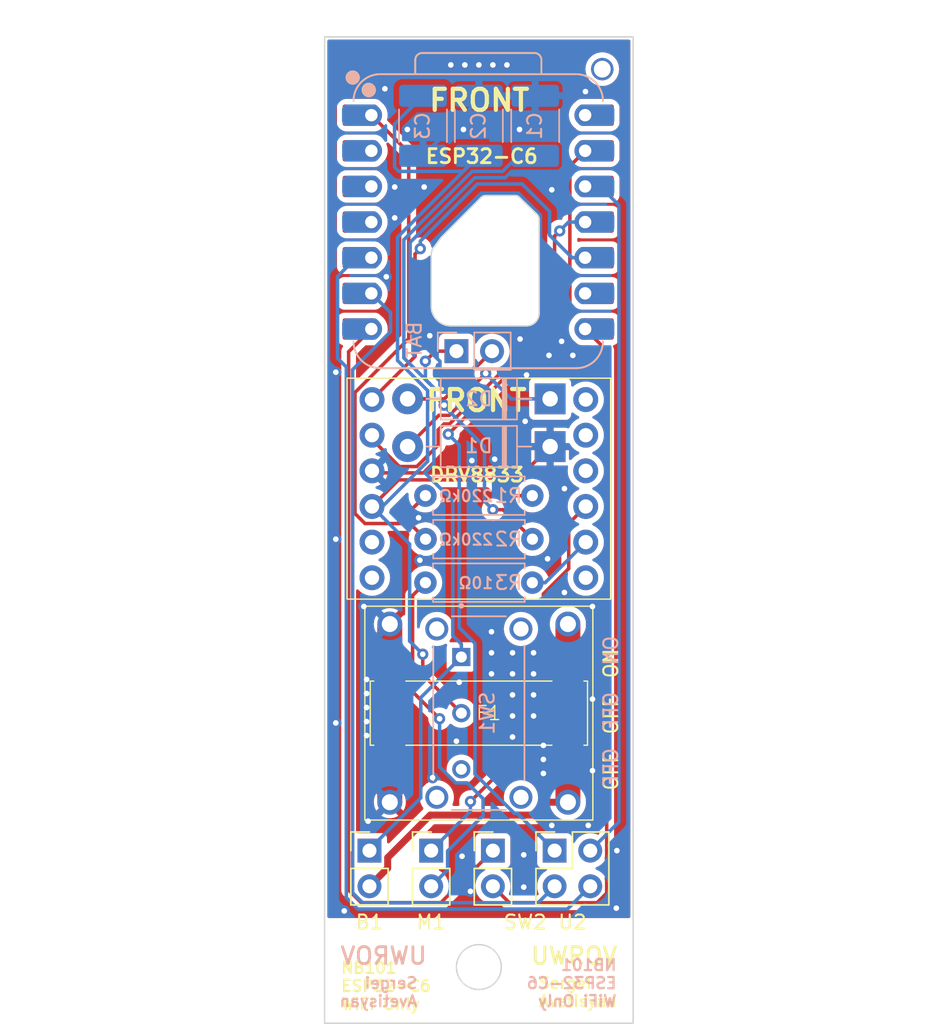
<source format=kicad_pcb>
(kicad_pcb (version 20240108) (generator "pcbnew") (generator_version "8.0")
  (layers (0 "F.Cu" signal) (31 "B.Cu" signal) (34 "B.Paste" user) (35 "F.Paste" user) (36 "B.SilkS" user "B.Silkscreen") (37 "F.SilkS" user "F.Silkscreen") (38 "B.Mask" user) (39 "F.Mask" user) (44 "Edge.Cuts" user))
  (net 0 "")
  (net 1 "Net-(B1-+)")
  (net 2 "Net-(B1--)")
  (net 3 "Net-(D1-K)")
  (net 4 "Net-(SW1-B)")
  (net 5 "Net-(D1-A)")
  (net 6 "Net-(D2-A)")
  (net 7 "Net-(M1--)")
  (net 8 "Net-(M1-+)")
  (net 9 "Net-(U1-D0)")
  (net 10 "Net-(U3-Out4)")
  (net 12 "Net-(SW2-COM)")
  (net 15 "Net-(U1-D5_SCL)")
  (net 16 "Net-(U1-D9)")
  (net 19 "Net-(U1-D10)")
  (net 21 "Net-(U1-D4_SDA)")
  (net 22 "Net-(U1-VCC_3V3)")
  (net 29 "Net-(U1-GND)")
  (net 30 "Net-(SW2-NC)")
  (footprint "NanoBoardFootprints:XIAO-ESP32C6-DIP" (layer "F.Cu") (at 140 80)
    (property "Reference" "U1")
    (property "Value" "XiaoESP32C6")
    (pad "1" smd roundrect (at -8.5 -7.62 180) (size 2.432 1.524) (layers "F.Cu" "F.Mask") (roundrect_rratio 0.1) (net 9 "Net-(U1-D0)"))
    (pad "1" smd roundrect (at -8.43625 -7.62) (size 2.6485 1.524) (layers "B.Cu" "B.Mask") (net 9 "Net-(U1-D0)"))
    (pad "1" thru_hole circle (at -7.665 -7.62 180) (size 1.524 1.524) (drill 0.889) (layers "*.Cu" "*.Mask") (net 9 "Net-(U1-D0)"))
    (pad "2" smd roundrect (at -8.5 -5.08 180) (size 2.432 1.524) (layers "F.Cu" "F.Mask") (roundrect_rratio 0.1))
    (pad "2" smd roundrect (at -8.427 -5.08) (size 2.6485 1.524) (layers "B.Cu" "B.Mask"))
    (pad "2" thru_hole circle (at -7.665 -5.08 180) (size 1.524 1.524) (drill 0.889) (layers "*.Cu" "*.Mask"))
    (pad "3" smd roundrect (at -8.5 -2.54 180) (size 2.432 1.524) (layers "F.Cu" "F.Mask") (roundrect_rratio 0.1))
    (pad "3" smd roundrect (at -8.427 -2.54) (size 2.6485 1.524) (layers "B.Cu" "B.Mask"))
    (pad "3" thru_hole circle (at -7.665 -2.54 180) (size 1.524 1.524) (drill 0.889) (layers "*.Cu" "*.Mask"))
    (pad "4" smd roundrect (at -8.5 0 180) (size 2.432 1.524) (layers "F.Cu" "F.Mask") (roundrect_rratio 0.1))
    (pad "4" smd roundrect (at -8.427 0) (size 2.6485 1.524) (layers "B.Cu" "B.Mask"))
    (pad "4" thru_hole circle (at -7.665 0 180) (size 1.524 1.524) (drill 0.889) (layers "*.Cu" "*.Mask"))
    (pad "5" smd roundrect (at -8.5 2.54 180) (size 2.432 1.524) (layers "F.Cu" "F.Mask") (roundrect_rratio 0.1) (net 21 "Net-(U1-D4_SDA)"))
    (pad "5" smd roundrect (at -8.427 2.54) (size 2.6485 1.524) (layers "B.Cu" "B.Mask") (net 21 "Net-(U1-D4_SDA)"))
    (pad "5" thru_hole circle (at -7.665 2.54 180) (size 1.524 1.524) (drill 0.889) (layers "*.Cu" "*.Mask") (net 21 "Net-(U1-D4_SDA)"))
    (pad "6" smd roundrect (at -8.5 5.08 180) (size 2.432 1.524) (layers "F.Cu" "F.Mask") (roundrect_rratio 0.1) (net 15 "Net-(U1-D5_SCL)"))
    (pad "6" smd roundrect (at -8.427 5.08) (size 2.6485 1.524) (layers "B.Cu" "B.Mask") (net 15 "Net-(U1-D5_SCL)"))
    (pad "6" thru_hole circle (at -7.665 5.08 180) (size 1.524 1.524) (drill 0.889) (layers "*.Cu" "*.Mask") (net 15 "Net-(U1-D5_SCL)"))
    (pad "7" smd roundrect (at -8.5 7.62 180) (size 2.432 1.524) (layers "F.Cu" "F.Mask") (roundrect_rratio 0.1) (net 12 "Net-(SW2-COM)"))
    (pad "7" smd roundrect (at -8.427 7.62) (size 2.6485 1.524) (layers "B.Cu" "B.Mask") (net 12 "Net-(SW2-COM)"))
    (pad "7" thru_hole circle (at -7.665 7.62 180) (size 1.524 1.524) (drill 0.889) (layers "*.Cu" "*.Mask") (net 12 "Net-(SW2-COM)"))
    (pad "8" thru_hole circle (at 7.575 7.62) (size 1.524 1.524) (drill 0.889) (layers "*.Cu" "*.Mask") (net 30 "Net-(SW2-NC)"))
    (pad "8" smd roundrect (at 8.337 7.62) (size 2.6485 1.524) (layers "B.Cu" "B.Mask") (net 30 "Net-(SW2-NC)"))
    (pad "8" smd roundrect (at 8.41 7.62) (size 2.432 1.524) (layers "F.Cu" "F.Mask") (roundrect_rratio 0.1) (net 30 "Net-(SW2-NC)"))
    (pad "9" thru_hole circle (at 7.575 5.08) (size 1.524 1.524) (drill 0.889) (layers "*.Cu" "*.Mask"))
    (pad "9" smd roundrect (at 8.337 5.08) (size 2.6485 1.524) (layers "B.Cu" "B.Mask"))
    (pad "9" smd roundrect (at 8.41 5.08) (size 2.432 1.524) (layers "F.Cu" "F.Mask") (roundrect_rratio 0.1))
    (pad "10" thru_hole circle (at 7.575 2.54) (size 1.524 1.524) (drill 0.889) (layers "*.Cu" "*.Mask") (net 16 "Net-(U1-D9)"))
    (pad "10" smd roundrect (at 8.337 2.54) (size 2.6485 1.524) (layers "B.Cu" "B.Mask") (net 16 "Net-(U1-D9)"))
    (pad "10" smd roundrect (at 8.41 2.54) (size 2.432 1.524) (layers "F.Cu" "F.Mask") (roundrect_rratio 0.1) (net 16 "Net-(U1-D9)"))
    (pad "11" thru_hole circle (at 7.575 0) (size 1.524 1.524) (drill 0.889) (layers "*.Cu" "*.Mask") (net 19 "Net-(U1-D10)"))
    (pad "11" smd roundrect (at 8.337 0) (size 2.6485 1.524) (layers "B.Cu" "B.Mask") (net 19 "Net-(U1-D10)"))
    (pad "11" smd roundrect (at 8.41 0) (size 2.432 1.524) (layers "F.Cu" "F.Mask") (roundrect_rratio 0.1) (net 19 "Net-(U1-D10)"))
    (pad "12" thru_hole circle (at 7.575 -2.54) (size 1.524 1.524) (drill 0.889) (layers "*.Cu" "*.Mask") (net 22 "Net-(U1-VCC_3V3)"))
    (pad "12" smd roundrect (at 8.337 -2.54) (size 2.6485 1.524) (layers "B.Cu" "B.Mask") (net 22 "Net-(U1-VCC_3V3)"))
    (pad "12" smd roundrect (at 8.41 -2.54) (size 2.432 1.524) (layers "F.Cu" "F.Mask") (roundrect_rratio 0.1) (net 22 "Net-(U1-VCC_3V3)"))
    (pad "13" thru_hole circle (at 7.575 -5.08) (size 1.524 1.524) (drill 0.889) (layers "*.Cu" "*.Mask") (net 29 "Net-(U1-GND)"))
    (pad "13" smd roundrect (at 8.337 -5.08) (size 2.6485 1.524) (layers "B.Cu" "B.Mask") (net 29 "Net-(U1-GND)"))
    (pad "13" smd roundrect (at 8.41 -5.08) (size 2.432 1.524) (layers "F.Cu" "F.Mask") (roundrect_rratio 0.1) (net 29 "Net-(U1-GND)"))
    (pad "14" thru_hole circle (at 7.575 -7.62) (size 1.524 1.524) (drill 0.889) (layers "*.Cu" "*.Mask"))
    (pad "14" smd roundrect (at 8.337 -7.62) (size 2.6485 1.524) (layers "B.Cu" "B.Mask"))
    (pad "14" smd roundrect (at 8.41 -7.62) (size 2.432 1.524) (layers "F.Cu" "F.Mask") (roundrect_rratio 0.1))
  )
  (footprint "Connector_PinHeader_2.54mm:PinHeader_2x02_P2.54mm_Vertical" (layer "F.Cu") (at 145.4 124.8)
    (property "Reference" "U2" (at 1.27 5.1 0) (layer "F.SilkS"))
    (property "Value" "MS583730BA01-50" (hide yes))
    (pad "1" thru_hole rect (at 0 0) (size 1.7 1.7) (drill 1) (layers "*.Cu" "*.Mask") (net 29 "Net-(U1-GND)"))
    (pad "2" thru_hole oval (at 2.54 0) (size 1.7 1.7) (drill 1) (layers "*.Cu" "*.Mask") (net 22 "Net-(U1-VCC_3V3)"))
    (pad "3" thru_hole oval (at 0 2.54) (size 1.7 1.7) (drill 1) (layers "*.Cu" "*.Mask") (net 15 "Net-(U1-D5_SCL)"))
    (pad "4" thru_hole oval (at 2.54 2.54) (size 1.7 1.7) (drill 1) (layers "*.Cu" "*.Mask") (net 21 "Net-(U1-D4_SDA)"))
  )
  (footprint "NanoBoardFootprints:Fuse-Holder-01110501Z" (layer "F.Cu") (at 140 115)
    (property "Reference" "F1" (at 0.7 0 0) (layer "F.SilkS") (effects (font (thickness 0.1))))
    (property "Value" "0.5A Fuse")
    (pad "1" thru_hole circle (at -6.35 -6.35) (size 1.778 1.778) (drill 1.143) (layers "*.Cu" "*.Mask") (net 3 "Net-(D1-K)"))
    (pad "1" smd rect (at -6.35 0) (size 1.778 12.7) (layers "F.Cu" "F.Mask") (net 3 "Net-(D1-K)"))
    (pad "1" thru_hole circle (at -6.35 6.35) (size 1.778 1.778) (drill 1.143) (layers "*.Cu" "*.Mask") (net 3 "Net-(D1-K)"))
    (pad "2" thru_hole circle (at 6.35 -6.35) (size 1.778 1.778) (drill 1.143) (layers "*.Cu" "*.Mask") (net 2 "Net-(B1--)"))
    (pad "2" smd rect (at 6.35 0) (size 1.778 12.7) (layers "F.Cu" "F.Mask") (net 2 "Net-(B1--)"))
    (pad "2" thru_hole circle (at 6.35 6.35) (size 1.778 1.778) (drill 1.143) (layers "*.Cu" "*.Mask") (net 2 "Net-(B1--)"))
  )
  (footprint "Connector_PinHeader_2.54mm:PinHeader_1x02_P2.54mm_Vertical" (layer "F.Cu") (at 132.2 124.8)
    (property "Reference" "B1" (at 0 5.1 0) (layer "F.SilkS"))
    (property "Value" "6V" (hide yes))
    (pad "1" thru_hole rect (at 0 0) (size 1.7 1.7) (drill 1) (layers "*.Cu" "*.Mask") (net 1 "Net-(B1-+)"))
    (pad "2" thru_hole oval (at 0 2.54) (size 1.7 1.7) (drill 1) (layers "*.Cu" "*.Mask") (net 2 "Net-(B1--)"))
  )
  (footprint "Connector_PinHeader_2.54mm:PinHeader_1x02_P2.54mm_Vertical" (layer "F.Cu") (at 136.6 124.8)
    (property "Reference" "M1" (at 0 5.1 0) (layer "F.SilkS"))
    (property "Value" "Motor_DC" (hide yes))
    (pad "1" thru_hole rect (at 0 0) (size 1.7 1.7) (drill 1) (layers "*.Cu" "*.Mask") (net 8 "Net-(M1-+)"))
    (pad "2" thru_hole oval (at 0 2.54) (size 1.7 1.7) (drill 1) (layers "*.Cu" "*.Mask") (net 7 "Net-(M1--)"))
  )
  (footprint "Connector_PinHeader_2.54mm:PinHeader_1x02_P2.54mm_Vertical" (layer "F.Cu") (at 141 124.8)
    (property "Reference" "SW2" (at 2.3 5.1 0) (layer "F.SilkS"))
    (property "Value" "Limit Switch" (hide yes))
    (pad "1" thru_hole rect (at 0 0) (size 1.7 1.7) (drill 1) (layers "*.Cu" "*.Mask") (net 12 "Net-(SW2-COM)"))
    (pad "2" thru_hole oval (at 0 2.54) (size 1.7 1.7) (drill 1) (layers "*.Cu" "*.Mask") (net 30 "Net-(SW2-NC)"))
  )
  (footprint "TestPoint:TestPoint_THTPad_D1.0mm_Drill0.5mm" (layer "F.Cu") (at 148.8 69.1)
    (property "Reference" "REF**" (hide yes))
    (property "Value" "TestPoint_THTPad_D1.0mm_Drill0.5mm" (hide yes))
    (pad "1" thru_hole circle (at 0 0) (size 1.6 1.6) (drill 1.2) (layers "*.Cu" "*.Mask"))
  )
  (footprint "NanoBoardFootprints:DRV8833-THT" (layer "F.Cu") (at 140 99)
    (property "Reference" "U3" (hide yes))
    (property "Value" "DRV8833-THT")
    (pad "1" thru_hole circle (at 7.62 -6.35) (size 1.778 1.778) (drill 1.016) (layers "*.Cu" "*.Mask"))
    (pad "2" thru_hole circle (at 7.62 -3.81) (size 1.778 1.778) (drill 1.016) (layers "*.Cu" "*.Mask"))
    (pad "3" thru_hole circle (at 7.62 -1.27) (size 1.778 1.778) (drill 1.016) (layers "*.Cu" "*.Mask"))
    (pad "4" thru_hole circle (at 7.62 1.27) (size 1.778 1.778) (drill 1.016) (layers "*.Cu" "*.Mask") (net 8 "Net-(M1-+)"))
    (pad "5" thru_hole circle (at 7.62 3.81) (size 1.778 1.778) (drill 1.016) (layers "*.Cu" "*.Mask") (net 10 "Net-(U3-Out4)"))
    (pad "6" thru_hole circle (at 7.62 6.35) (size 1.778 1.778) (drill 1.016) (layers "*.Cu" "*.Mask"))
    (pad "7" thru_hole circle (at -7.62 6.35) (size 1.778 1.778) (drill 1.016) (layers "*.Cu" "*.Mask"))
    (pad "8" thru_hole circle (at -7.62 3.81) (size 1.778 1.778) (drill 1.016) (layers "*.Cu" "*.Mask"))
    (pad "9" thru_hole circle (at -7.62 1.27) (size 1.778 1.778) (drill 1.016) (layers "*.Cu" "*.Mask") (net 4 "Net-(SW1-B)"))
    (pad "10" thru_hole circle (at -7.62 -1.27) (size 1.778 1.778) (drill 1.016) (layers "*.Cu" "*.Mask") (net 3 "Net-(D1-K)"))
    (pad "11" thru_hole circle (at -7.62 -3.81) (size 1.778 1.778) (drill 1.016) (layers "*.Cu" "*.Mask") (net 19 "Net-(U1-D10)"))
    (pad "12" thru_hole circle (at -7.62 -6.35) (size 1.778 1.778) (drill 1.016) (layers "*.Cu" "*.Mask") (net 16 "Net-(U1-D9)"))
  )
  (footprint "Capacitor_SMD:C_1812_4532Metric_Pad1.57x3.40mm_HandSolder" (layer "B.Cu") (at 140 73.1375 90)
    (property "Reference" "C2" (at -0.0125 -0.035 90) (layer "B.SilkS") (effects (justify mirror)))
    (property "Value" "C_Small" (hide yes))
    (pad "1" smd roundrect (at -2.1375 0 90) (size 1.575 3.4) (layers "B.Cu" "B.Paste" "B.Mask") (roundrect_rratio 0.15873) (net 4 "Net-(SW1-B)"))
    (pad "2" smd roundrect (at 2.1375 0 90) (size 1.575 3.4) (layers "B.Cu" "B.Paste" "B.Mask") (roundrect_rratio 0.15873) (net 3 "Net-(D1-K)"))
  )
  (footprint "Capacitor_SMD:C_1812_4532Metric_Pad1.57x3.40mm_HandSolder" (layer "B.Cu") (at 136.015 73.1375 90)
    (property "Reference" "C3" (at -0.0125 -0.035 90) (layer "B.SilkS") (effects (justify mirror)))
    (property "Value" "C_Small" (hide yes))
    (pad "1" smd roundrect (at -2.1375 0 90) (size 1.575 3.4) (layers "B.Cu" "B.Paste" "B.Mask") (roundrect_rratio 0.15873) (net 3 "Net-(D1-K)"))
    (pad "2" smd roundrect (at 2.1375 0 90) (size 1.575 3.4) (layers "B.Cu" "B.Paste" "B.Mask") (roundrect_rratio 0.15873) (net 4 "Net-(SW1-B)"))
  )
  (footprint "Resistor_THT:R_Axial_DIN0207_L6.3mm_D2.5mm_P7.62mm_Horizontal" (layer "B.Cu") (at 143.81 99.5 180)
    (property "Reference" "R1" (at 1.71 0 0) (layer "B.SilkS") (effects (justify mirror)))
    (property "Value" "220kOhm" (hide yes))
    (pad "1" thru_hole circle (at 0 0 180) (size 1.6 1.6) (drill 0.8) (layers "*.Cu" "*.Mask") (net 4 "Net-(SW1-B)"))
    (pad "2" thru_hole oval (at 7.62 0 180) (size 1.6 1.6) (drill 0.8) (layers "*.Cu" "*.Mask") (net 9 "Net-(U1-D0)"))
  )
  (footprint "Diode_THT:D_DO-41_SOD81_P10.16mm_Horizontal" (layer "B.Cu") (at 145.08 92.6 180)
    (property "Reference" "D2" (at 5.08 0 360) (layer "B.SilkS") (effects (justify mirror)))
    (property "Value" "Rectifier Diode" (hide yes))
    (pad "1" thru_hole rect (at 0 0 180) (size 2.2 2.2) (drill 1.1) (layers "*.Cu" "*.Mask") (net 5 "Net-(D1-A)"))
    (pad "2" thru_hole oval (at 10.16 0 180) (size 2.2 2.2) (drill 1.1) (layers "*.Cu" "*.Mask") (net 6 "Net-(D2-A)"))
  )
  (footprint "Connector_PinHeader_2.54mm:PinHeader_1x02_P2.54mm_Vertical" (layer "B.Cu") (at 138.4 89.2 -90)
    (property "Reference" "BAT" (at -0.8 3 90) (layer "B.SilkS") (effects (justify mirror)))
    (property "Value" "PinHeader_1x02_P2.54mm_Vertical" (hide yes))
    (pad "1" thru_hole rect (at 0 0 270) (size 1.7 1.7) (drill 1) (layers "*.Cu" "*.Mask") (net 1 "Net-(B1-+)"))
    (pad "2" thru_hole oval (at 0 -2.54 270) (size 1.7 1.7) (drill 1) (layers "*.Cu" "*.Mask") (net 6 "Net-(D2-A)"))
  )
  (footprint "NanoBoardFootprints:Slide-Switch-EG1224" (layer "B.Cu") (at 140 115 -90)
    (property "Reference" "SW1" (at 0 -0.6 90) (layer "B.SilkS") (effects (justify mirror)))
    (property "Value" "SW")
    (pad "1" thru_hole rect (at -4 1.25 270) (size 1.298 1.298) (drill 0.79) (layers "*.Cu" "*.Mask") (net 1 "Net-(B1-+)"))
    (pad "2" thru_hole circle (at 0 1.25 270) (size 1.298 1.298) (drill 0.79) (layers "*.Cu" "*.Mask") (net 4 "Net-(SW1-B)"))
    (pad "3" thru_hole circle (at 4 1.25 270) (size 1.298 1.298) (drill 0.79) (layers "*.Cu" "*.Mask"))
    (pad "S1" thru_hole circle (at -6 -3 270) (size 1.635 1.635) (drill 1.09) (layers "*.Cu" "*.Mask"))
    (pad "S2" thru_hole circle (at 6 -3 270) (size 1.635 1.635) (drill 1.09) (layers "*.Cu" "*.Mask"))
    (pad "S3" thru_hole circle (at 6 3 270) (size 1.635 1.635) (drill 1.09) (layers "*.Cu" "*.Mask"))
    (pad "S4" thru_hole circle (at -6 3 270) (size 1.635 1.635) (drill 1.09) (layers "*.Cu" "*.Mask"))
  )
  (footprint "Diode_THT:D_DO-41_SOD81_P10.16mm_Horizontal" (layer "B.Cu") (at 145.08 96 180)
    (property "Reference" "D1" (at 5.08 0.05 360) (layer "B.SilkS") (effects (justify mirror)))
    (property "Value" "Rectifier Diode" (hide yes))
    (pad "1" thru_hole rect (at 0 0 180) (size 2.2 2.2) (drill 1.1) (layers "*.Cu" "*.Mask") (net 3 "Net-(D1-K)"))
    (pad "2" thru_hole oval (at 10.16 0 180) (size 2.2 2.2) (drill 1.1) (layers "*.Cu" "*.Mask") (net 5 "Net-(D1-A)"))
  )
  (footprint "Resistor_THT:R_Axial_DIN0207_L6.3mm_D2.5mm_P7.62mm_Horizontal" (layer "B.Cu") (at 143.81 105.7 180)
    (property "Reference" "R3" (at 1.71 0 0) (layer "B.SilkS") (effects (justify mirror)))
    (property "Value" "10 Ohm" (hide yes))
    (pad "1" thru_hole circle (at 0 0 180) (size 1.6 1.6) (drill 0.8) (layers "*.Cu" "*.Mask") (net 10 "Net-(U3-Out4)"))
    (pad "2" thru_hole oval (at 7.62 0 180) (size 1.6 1.6) (drill 0.8) (layers "*.Cu" "*.Mask") (net 7 "Net-(M1--)"))
  )
  (footprint "Resistor_THT:R_Axial_DIN0207_L6.3mm_D2.5mm_P7.62mm_Horizontal" (layer "B.Cu") (at 143.82 102.6 180)
    (property "Reference" "R2" (at 1.72 0 0) (layer "B.SilkS") (effects (justify mirror)))
    (property "Value" "220kOhm" (hide yes))
    (pad "1" thru_hole circle (at 0 0 180) (size 1.6 1.6) (drill 0.8) (layers "*.Cu" "*.Mask") (net 6 "Net-(D2-A)"))
    (pad "2" thru_hole oval (at 7.62 0 180) (size 1.6 1.6) (drill 0.8) (layers "*.Cu" "*.Mask") (net 9 "Net-(U1-D0)"))
  )
  (footprint "Capacitor_SMD:C_1812_4532Metric_Pad1.57x3.40mm_HandSolder" (layer "B.Cu") (at 144.015 73.1375 90)
    (property "Reference" "C1" (at -0.0125 -0.035 90) (layer "B.SilkS") (effects (justify mirror)))
    (property "Value" "C_Small" (hide yes))
    (pad "1" smd roundrect (at -2.1375 0 90) (size 1.575 3.4) (layers "B.Cu" "B.Paste" "B.Mask") (roundrect_rratio 0.15873) (net 1 "Net-(B1-+)"))
    (pad "2" smd roundrect (at 2.1375 0 90) (size 1.575 3.4) (layers "B.Cu" "B.Paste" "B.Mask") (roundrect_rratio 0.15873) (net 3 "Net-(D1-K)"))
  )
  (gr_arc (start 142.6 78.1) (mid 142.753073 78.130448) (end 142.882843 78.217157) (stroke (width 0.1)) (layer "Edge.Cuts"))
  (gr_arc (start 136.6 82.4) (mid 136.627198 82.14596) (end 136.70756 81.903436) (stroke (width 0.1)) (layer "Edge.Cuts"))
  (gr_line (start 143.4 87.4) (end 138 87.4) (stroke (width 0.1)) (layer "Edge.Cuts"))
  (gr_arc (start 144.3 86.5) (mid 144.036396 87.136396) (end 143.4 87.4) (stroke (width 0.1)) (layer "Edge.Cuts"))
  (gr_circle (center 140 133.1) (end 141.6 133.1) (stroke (width 0.1)) (fill none) (layer "Edge.Cuts"))
  (gr_line (start 144.3 86.5) (end 144.3 79.8) (stroke (width 0.1)) (layer "Edge.Cuts"))
  (gr_rect (start 129 66.8) (end 151 137.1) (stroke (width 0.1)) (fill none) (layer "Edge.Cuts"))
  (gr_line (start 142.6 78.1) (end 140.5 78.1) (stroke (width 0.1)) (layer "Edge.Cuts"))
  (gr_line (start 144.1 79.4) (end 142.882843 78.217157) (stroke (width 0.1)) (layer "Edge.Cuts"))
  (gr_line (start 140.146447 78.246447) (end 137.3 81.1) (stroke (width 0.1)) (layer "Edge.Cuts"))
  (gr_arc (start 144.1 79.4) (mid 144.247214 79.576393) (end 144.3 79.8) (stroke (width 0.1)) (layer "Edge.Cuts"))
  (gr_arc (start 140.146447 78.246447) (mid 140.308658 78.138061) (end 140.5 78.1) (stroke (width 0.1)) (layer "Edge.Cuts"))
  (gr_arc (start 138 87.4) (mid 137.010051 86.989949) (end 136.6 86) (stroke (width 0.1)) (layer "Edge.Cuts"))
  (gr_line (start 137.3 81.1) (end 136.70756 81.903436) (stroke (width 0.1)) (layer "Edge.Cuts"))
  (gr_line (start 136.6 82.4) (end 136.6 86) (stroke (width 0.1)) (layer "Edge.Cuts"))
  (gr_text "ON" (at 150 109.4 90) (layer "B.SilkS") (effects (font (size 1 1)) (justify left bottom mirror)))
  (gr_text "10Ω" (at 141.1 106.2 0) (layer "B.SilkS") (effects (font (size 0.8 0.8) (thickness 0.15) (bold yes)) (justify left bottom mirror)))
  (gr_text "OFF" (at 150 117.4 90) (layer "B.SilkS") (effects (font (size 1 1)) (justify left bottom mirror)))
  (gr_text "Sergei\nAvetisyan" (at 135.7 136 0) (layer "B.SilkS") (effects (font (size 0.8 0.8) (thickness 0.15) (bold yes)) (justify left bottom mirror)))
  (gr_text "UWROV" (at 136.4 133 0) (layer "B.SilkS") (effects (font (size 1.2 1.2) (thickness 0.2) (bold yes)) (justify left bottom mirror)))
  (gr_text "OFF" (at 150 113.4 90) (layer "B.SilkS") (effects (font (size 1 1)) (justify left bottom mirror)))
  (gr_text "220kΩ" (at 141.1 100 0) (layer "B.SilkS") (effects (font (size 0.8 0.8) (thickness 0.15) (bold yes)) (justify left bottom mirror)))
  (gr_text "NB101\nESP32-C6\nWiFi Only\n" (at 149.9 136 0) (layer "B.SilkS") (effects (font (size 0.8 0.8) (thickness 0.16) (bold yes)) (justify left bottom mirror)))
  (gr_text "220kΩ" (at 141.1 103.1 0) (layer "B.SilkS") (effects (font (size 0.8 0.8) (thickness 0.15) (bold yes)) (justify left bottom mirror)))
  (gr_text "OFF" (at 150 120.6 90) (layer "F.SilkS") (effects (font (size 1 1)) (justify left bottom)))
  (gr_text "FRONT" (at 136.1 93.6 0) (layer "F.SilkS") (effects (font (size 1.5 1.5) (thickness 0.3) (bold yes)) (justify left bottom)))
  (gr_text "UWROV" (at 143.6 133 0) (layer "F.SilkS") (effects (font (size 1.2 1.2) (thickness 0.2) (bold yes)) (justify left bottom)))
  (gr_text "OFF" (at 150 116.6 90) (layer "F.SilkS") (effects (font (size 1 1)) (justify left bottom)))
  (gr_text "ON" (at 150 112.6 90) (layer "F.SilkS") (effects (font (size 1 1)) (justify left bottom)))
  (gr_text "FRONT" (at 136.3 72.2 0) (layer "F.SilkS") (effects (font (size 1.5 1.5) (thickness 0.3) (bold yes)) (justify left bottom)))
  (gr_text "Sergei\nAvetisyan" (at 144.2 136 0) (layer "F.SilkS") (effects (font (size 0.8 0.8) (thickness 0.15) (bold yes)) (justify left bottom)))
  (gr_text "DRV8833" (at 136.4 98.6 0) (layer "F.SilkS") (effects (font (size 1 1) (thickness 0.2) (bold yes)) (justify left bottom)))
  (gr_text "NB101\nESP32-C6\nWiFi Only\n" (at 130.1 136.2 0) (layer "F.SilkS") (effects (font (size 0.8 0.8) (thickness 0.16) (bold yes)) (justify left bottom)))
  (gr_text "ESP32-C6" (at 136.1 75.9 0) (layer "F.SilkS") (effects (font (size 1 1) (thickness 0.2) (bold yes)) (justify left bottom)))
  (segment (start 136.187347 89.912653) (end 136.9 89.2) (width 0.25) (layer "F.Cu") (net 1))
  (segment (start 136.9 89.2) (end 138.4 89.2) (width 0.25) (layer "F.Cu") (net 1))
  (via (at 136.187347 89.912653) (size 0.8) (drill 0.4) (layers "F.Cu" "B.Cu") (net 1))
  (segment (start 139.523896 76.3875) (end 134.65 81.261396) (width 0.25) (layer "B.Cu") (net 1))
  (segment (start 135.8575 113.8925) (end 138.75 111) (width 0.25) (layer "B.Cu") (net 1))
  (segment (start 144.015 75.275) (end 142.8076 75.275) (width 0.25) (layer "B.Cu") (net 1))
  (segment (start 141.6951 76.3875) (end 139.523896 76.3875) (width 0.25) (layer "B.Cu") (net 1))
  (segment (start 138.1425 99.861509) (end 138.1425 109.473239) (width 0.25) (layer "B.Cu") (net 1))
  (segment (start 136.795 97.241395) (end 136.158693 97.877702) (width 0.25) (layer "B.Cu") (net 1))
  (segment (start 135.8575 121.0425) (end 135.8575 113.8925) (width 0.25) (layer "B.Cu") (net 1))
  (segment (start 138.1425 109.473239) (end 138.75 110.080739) (width 0.25) (layer "B.Cu") (net 1))
  (segment (start 132.2 124.7) (end 135.8575 121.0425) (width 0.25) (layer "B.Cu") (net 1))
  (segment (start 134.65 89.678349) (end 136.485825 91.514175) (width 0.25) (layer "B.Cu") (net 1))
  (segment (start 134.65 81.261396) (end 134.65 89.678349) (width 0.25) (layer "B.Cu") (net 1))
  (segment (start 132.2 124.8) (end 132.2 124.7) (width 0.25) (layer "B.Cu") (net 1))
  (segment (start 136.795 91.823349) (end 136.795 97.241395) (width 0.25) (layer "B.Cu") (net 1))
  (segment (start 142.8076 75.275) (end 141.6951 76.3875) (width 0.25) (layer "B.Cu") (net 1))
  (segment (start 136.187347 89.912653) (end 136.187347 91.215697) (width 0.25) (layer "B.Cu") (net 1))
  (segment (start 138.75 110.080739) (end 138.75 111) (width 0.25) (layer "B.Cu") (net 1))
  (segment (start 136.187347 91.215697) (end 136.485825 91.514175) (width 0.25) (layer "B.Cu") (net 1))
  (segment (start 136.158693 97.877702) (end 138.1425 99.861509) (width 0.25) (layer "B.Cu") (net 1))
  (segment (start 136.485825 91.514175) (end 136.795 91.823349) (width 0.25) (layer "B.Cu") (net 1))
  (segment (start 144.95 121.35) (end 144.0325 122.2675) (width 0.5) (layer "F.Cu") (net 2))
  (segment (start 133.5 125.3) (end 133.5 126.04) (width 0.5) (layer "F.Cu") (net 2))
  (segment (start 136.5325 122.2675) (end 133.5 125.3) (width 0.5) (layer "F.Cu") (net 2))
  (segment (start 144.0325 122.2675) (end 136.5325 122.2675) (width 0.5) (layer "F.Cu") (net 2))
  (segment (start 133.5 126.04) (end 132.2 127.34) (width 0.5) (layer "F.Cu") (net 2))
  (segment (start 146.35 121.35) (end 144.95 121.35) (width 0.5) (layer "F.Cu") (net 2))
  (segment (start 132.525 97.875) (end 143.205 97.875) (width 0.25) (layer "F.Cu") (net 3))
  (segment (start 132.38 97.73) (end 132.525 97.875) (width 0.25) (layer "F.Cu") (net 3))
  (segment (start 132.38 97.73) (end 132.65 98) (width 0.25) (layer "F.Cu") (net 3))
  (segment (start 143.205 97.875) (end 145.08 96) (width 0.25) (layer "F.Cu") (net 3))
  (via (at 146.1 99) (size 0.8) (drill 0.4) (layers "F.Cu" "B.Cu") (net 3))
  (via (at 132 116.6) (size 0.8) (drill 0.4) (layers "F.Cu" "B.Cu") (net 3))
  (via (at 146.1 106.4) (size 0.8) (drill 0.4) (layers "F.Cu" "B.Cu") (net 3))
  (via (at 148.1 119.1) (size 0.8) (drill 0.4) (layers "F.Cu" "B.Cu") (net 3))
  (via (at 148.1 114) (size 0.8) (drill 0.4) (layers "F.Cu" "B.Cu") (net 3))
  (via (at 149.84 124.8) (size 0.8) (drill 0.4) (layers "F.Cu" "B.Cu") (net 3))
  (via (at 140.9 112.2) (size 0.8) (drill 0.4) (layers "F.Cu" "B.Cu") (net 3))
  (via (at 142.4 110.7) (size 0.8) (drill 0.4) (layers "F.Cu" "B.Cu") (net 3))
  (via (at 129.8 102.6) (size 0.8) (drill 0.4) (layers "F.Cu" "B.Cu") (net 3))
  (via (at 141.125 96.9) (size 0.8) (drill 0.4) (layers "F.Cu" "B.Cu") (net 3))
  (via (at 144.6 118.3) (size 0.8) (drill 0.4) (layers "F.Cu" "B.Cu") (net 3))
  (via (at 131.8 107.4) (size 0.8) (drill 0.4) (layers "F.Cu" "B.Cu") (net 3))
  (via (at 142 68.8) (size 0.8) (drill 0.4) (layers "F.Cu" "B.Cu") (net 3))
  (via (at 147.6 70.7) (size 0.8) (drill 0.4) (layers "F.Cu" "B.Cu") (net 3))
  (via (at 147.8 123) (size 0.8) (drill 0.4) (layers "F.Cu" "B.Cu") (net 3))
  (via (at 145 89.5) (size 0.8) (drill 0.4) (layers "F.Cu" "B.Cu") (net 3))
  (via (at 135.79 104.1) (size 0.8) (drill 0.4) (layers "F.Cu" "B.Cu") (net 3))
  (via (at 132.1 122.7) (size 0.8) (drill 0.4) (layers "F.Cu" "B.Cu") (net 3))
  (via (at 143.2 127.4) (size 0.8) (drill 0.4) (layers "F.Cu" "B.Cu") (net 3))
  (via (at 143.4 90.9) (size 0.8) (drill 0.4) (layers "F.Cu" "B.Cu") (net 3))
  (via (at 140.9 110.7) (size 0.8) (drill 0.4) (layers "F.Cu" "B.Cu") (net 3))
  (via (at 144.6 119.3) (size 0.8) (drill 0.4) (layers "F.Cu" "B.Cu") (net 3))
  (via (at 139.4 127.7) (size 0.8) (drill 0.4) (layers "F.Cu" "B.Cu") (net 3))
  (via (at 143.9 110.7) (size 0.8) (drill 0.4) (layers "F.Cu" "B.Cu") (net 3))
  (via (at 132 114.6) (size 0.8) (drill 0.4) (layers "F.Cu" "B.Cu") (net 3))
  (via (at 142.4 116.7) (size 0.8) (drill 0.4) (layers "F.Cu" "B.Cu") (net 3))
  (via (at 134 79.7) (size 0.8) (drill 0.4) (layers "F.Cu" "B.Cu") (net 3))
  (via (at 133.3 70.5) (size 0.8) (drill 0.4) (layers "F.Cu" "B.Cu") (net 3))
  (via (at 144.9 104) (size 0.8) (drill 0.4) (layers "F.Cu" "B.Cu") (net 3))
  (via (at 132 113.6) (size 0.8) (drill 0.4) (layers "F.Cu" "B.Cu") (net 3))
  (via (at 145.2 77.7) (size 0.8) (drill 0.4) (layers "F.Cu" "B.Cu") (net 3))
  (via (at 142.4 113.7) (size 0.8) (drill 0.4) (layers "F.Cu" "B.Cu") (net 3))
  (via (at 129.8 90.7) (size 0.8) (drill 0.4) (layers "F.Cu" "B.Cu") (net 3))
  (via (at 143.3 94.2) (size 0.8) (drill 0.4) (layers "F.Cu" "B.Cu") (net 3))
  (via (at 143.9 112.2) (size 0.8) (drill 0.4) (layers "F.Cu" "B.Cu") (net 3))
  (via (at 140.9 109.2) (size 0.8) (drill 0.4) (layers "F.Cu" "B.Cu") (net 3))
  (via (at 134.9 73.4) (size 0.8) (drill 0.4) (layers "F.Cu" "B.Cu") (net 3))
  (via (at 146.7 89.5) (size 0.8) (drill 0.4) (layers "F.Cu" "B.Cu") (net 3))
  (via (at 145.2 123) (size 0.8) (drill 0.4) (layers "F.Cu" "B.Cu") (net 3))
  (via (at 140 68.8) (size 0.8) (drill 0.4) (layers "F.Cu" "B.Cu") (net 3))
  (via (at 138 68.8) (size 0.8) (drill 0.4) (layers "F.Cu" "B.Cu") (net 3))
  (via (at 138.4 117) (size 0.8) (drill 0.4) (layers "F.Cu" "B.Cu") (net 3))
  (via (at 145.9 88.5) (size 0.8) (drill 0.4) (layers "F.Cu" "B.Cu") (net 3))
  (via (at 129.8 115.7) (size 0.8) (drill 0.4) (layers "F.Cu" "B.Cu") (net 3))
  (via (at 142.936777 88.336777) (size 0.8) (drill 0.4) (layers "F.Cu" "B.Cu") (net 3))
  (via (at 136.1 77.5) (size 0.8) (drill 0.4) (layers "F.Cu" "B.Cu") (net 3))
  (via (at 133.4 83.9) (size 0.8) (drill 0.4) (layers "F.Cu" "B.Cu") (net 3))
  (via (at 132 112.6) (size 0.8) (drill 0.4) (layers "F.Cu" "B.Cu") (net 3))
  (via (at 143.9 113.7) (size 0.8) (drill 0.4) (layers "F.Cu" "B.Cu") (net 3))
  (via (at 143.9 115.2) (size 0.8) (drill 0.4) (layers "F.Cu" "B.Cu") (net 3))
  (via (at 134 77.5) (size 0.8) (drill 0.4) (layers "F.Cu" "B.Cu") (net 3))
  (via (at 138.9 73.4) (size 0.8) (drill 0.4) (layers "F.Cu" "B.Cu") (net 3))
  (via (at 148.1 107.4) (size 0.8) (drill 0.4) (layers "F.Cu" "B.Cu") (net 3))
  (via (at 132 115.6) (size 0.8) (drill 0.4) (layers "F.Cu" "B.Cu") (net 3))
  (via (at 139 68.8) (size 0.8) (drill 0.4) (layers "F.Cu" "B.Cu") (net 3))
  (via (at 138.8 125.2) (size 0.8) (drill 0.4) (layers "F.Cu" "B.Cu") (net 3))
  (via (at 149.8 128.9) (size 0.8) (drill 0.4) (layers "F.Cu" "B.Cu") (net 3))
  (via (at 136.5 88.1) (size 0.8) (drill 0.4) (layers "F.Cu" "B.Cu") (net 3))
  (via (at 142.9 73.4) (size 0.8) (drill 0.4) (layers "F.Cu" "B.Cu") (net 3))
  (via (at 138.6 112.8) (size 0.8) (drill 0.4) (layers "F.Cu" "B.Cu") (net 3))
  (via (at 135.702222 101.076916) (size 0.8) (drill 0.4) (layers "F.Cu" "B.Cu") (net 3))
  (via (at 143.2 125.1) (size 0.8) (drill 0.4) (layers "F.Cu" "B.Cu") (net 3))
  (via (at 136.7 119.6) (size 0.8) (drill 0.4) (layers "F.Cu" "B.Cu") (net 3))
  (via (at 142.4 112.2) (size 0.8) (drill 0.4) (layers "F.Cu" "B.Cu") (net 3))
  (via (at 144.6 117.3) (size 0.8) (drill 0.4) (layers "F.Cu" "B.Cu") (net 3))
  (via (at 130.4 129.1) (size 0.8) (drill 0.4) (layers "F.Cu" "B.Cu") (net 3))
  (via (at 142.4 115.2) (size 0.8) (drill 0.4) (layers "F.Cu" "B.Cu") (net 3))
  (via (at 139.5 97) (size 0.8) (drill 0.4) (layers "F.Cu" "B.Cu") (net 3))
  (via (at 141 68.8) (size 0.8) (drill 0.4) (layers "F.Cu" "B.Cu") (net 3))
  (segment (start 137.225 91.625) (end 141.6 96) (width 0.25) (layer "B.Cu") (net 3))
  (segment (start 142.331496 76.3875) (end 141.881496 76.8375) (width 0.25) (layer "B.Cu") (net 3))
  (segment (start 146.04 76.0576) (end 145.7101 76.3875) (width 0.25) (layer "B.Cu") (net 3))
  (segment (start 140.8525 74.1625) (end 145.7101 74.1625) (width 0.25) (layer "B.Cu") (net 3))
  (segment (start 141.6 96) (end 145.08 96) (width 0.25) (layer "B.Cu") (net 3))
  (segment (start 135.1 87.8) (end 137.225 89.925) (width 0.25) (layer "B.Cu") (net 3))
  (segment (start 140 71) (end 140 71.29) (width 0.25) (layer "B.Cu") (net 3))
  (segment (start 139.710292 76.8375) (end 135.1 81.447792) (width 0.25) (layer "B.Cu") (net 3))
  (segment (start 137.225 89.925) (end 137.225 91.625) (width 0.25) (layer "B.Cu") (net 3))
  (segment (start 141.881496 76.8375) (end 139.710292 76.8375) (width 0.25) (layer "B.Cu") (net 3))
  (segment (start 146.04 74.4924) (end 146.04 76.0576) (width 0.25) (layer "B.Cu") (net 3))
  (segment (start 140 71.29) (end 136.015 75.275) (width 0.25) (layer "B.Cu") (net 3))
  (segment (start 145.7101 74.1625) (end 146.04 74.4924) (width 0.25) (layer "B.Cu") (net 3))
  (segment (start 144.015 71) (end 140.8525 74.1625) (width 0.25) (layer "B.Cu") (net 3))
  (segment (start 135.1 81.447792) (end 135.1 87.8) (width 0.25) (layer "B.Cu") (net 3))
  (segment (start 144.015 71) (end 140 71) (width 0.25) (layer "B.Cu") (net 3))
  (segment (start 145.7101 76.3875) (end 142.331496 76.3875) (width 0.25) (layer "B.Cu") (net 3))
  (segment (start 142.1 99.5) (end 143.81 99.5) (width 0.25) (layer "F.Cu") (net 4))
  (segment (start 136 110.8) (end 136 112.25) (width 0.25) (layer "F.Cu") (net 4))
  (segment (start 136 112.25) (end 138.75 115) (width 0.25) (layer "F.Cu") (net 4))
  (segment (start 142.1 99.5) (end 142 99.5) (width 0.25) (layer "F.Cu") (net 4))
  (segment (start 142 99.5) (end 140.875 98.375) (width 0.25) (layer "F.Cu") (net 4))
  (segment (start 134.275 98.375) (end 132.38 100.27) (width 0.25) (layer "F.Cu") (net 4))
  (segment (start 140.875 98.375) (end 134.275 98.375) (width 0.25) (layer "F.Cu") (net 4))
  (via (at 136 110.8) (size 0.8) (drill 0.4) (layers "F.Cu" "B.Cu") (net 4))
  (segment (start 135.065 109.865) (end 135.065 102.955) (width 0.25) (layer "B.Cu") (net 4))
  (segment (start 136 110.8) (end 135.065 109.865) (width 0.25) (layer "B.Cu") (net 4))
  (segment (start 133.13 100.27) (end 132.38 100.27) (width 0.25) (layer "B.Cu") (net 4))
  (segment (start 133.99 76.09) (end 134.2875 76.3875) (width 0.25) (layer "B.Cu") (net 4))
  (segment (start 135.065 102.955) (end 132.38 100.27) (width 0.25) (layer "B.Cu") (net 4))
  (segment (start 136.345 97.055) (end 133.13 100.27) (width 0.25) (layer "B.Cu") (net 4))
  (segment (start 134.2 81.075) (end 134.2 89.864745) (width 0.25) (layer "B.Cu") (net 4))
  (segment (start 140 75.275) (end 134.2 81.075) (width 0.25) (layer "B.Cu") (net 4))
  (segment (start 138.8875 76.3875) (end 140 75.275) (width 0.25) (layer "B.Cu") (net 4))
  (segment (start 136.345 92.009745) (end 136.345 97.055) (width 0.25) (layer "B.Cu") (net 4))
  (segment (start 134.2875 76.3875) (end 138.8875 76.3875) (width 0.25) (layer "B.Cu") (net 4))
  (segment (start 134.2 89.864745) (end 136.345 92.009745) (width 0.25) (layer "B.Cu") (net 4))
  (segment (start 133.99 73.025) (end 133.99 76.09) (width 0.25) (layer "B.Cu") (net 4))
  (segment (start 136.015 71) (end 133.99 73.025) (width 0.25) (layer "B.Cu") (net 4))
  (segment (start 138.7 92.962464) (end 137.887464 93.775) (width 0.25) (layer "F.Cu") (net 5))
  (segment (start 137.887464 93.775) (end 137.145 93.775) (width 0.25) (layer "F.Cu") (net 5))
  (segment (start 140.486777 90.786777) (end 138.7 92.573554) (width 0.25) (layer "F.Cu") (net 5))
  (segment (start 138.7 92.573554) (end 138.7 92.962464) (width 0.25) (layer "F.Cu") (net 5))
  (segment (start 137.145 93.775) (end 134.92 96) (width 0.25) (layer "F.Cu") (net 5))
  (via (at 140.486777 90.786777) (size 0.8) (drill 0.4) (layers "F.Cu" "B.Cu") (net 5))
  (segment (start 142.3 92.6) (end 145.08 92.6) (width 0.25) (layer "B.Cu") (net 5))
  (segment (start 140.486777 90.786777) (end 142.3 92.6) (width 0.25) (layer "B.Cu") (net 5))
  (segment (start 137.54 92.6) (end 134.92 92.6) (width 0.25) (layer "F.Cu") (net 6))
  (segment (start 141 100.5) (end 141.72 100.5) (width 0.25) (layer "F.Cu") (net 6))
  (segment (start 137.075 92.6) (end 134.92 92.6) (width 0.25) (layer "F.Cu") (net 6))
  (segment (start 140.94 89.2) (end 137.54 92.6) (width 0.25) (layer "F.Cu") (net 6))
  (segment (start 137.525 93.05) (end 137.075 92.6) (width 0.25) (layer "F.Cu") (net 6))
  (segment (start 141.72 100.5) (end 143.82 102.6) (width 0.25) (layer "F.Cu") (net 6))
  (via (at 141 100.5) (size 0.8) (drill 0.4) (layers "F.Cu" "B.Cu") (net 6))
  (via (at 137.525 93.05) (size 0.8) (drill 0.4) (layers "F.Cu" "B.Cu") (net 6))
  (segment (start 140.4 96) (end 137.525 93.125) (width 0.25) (layer "B.Cu") (net 6))
  (segment (start 140.4 99.9) (end 140.4 96) (width 0.25) (layer "B.Cu") (net 6))
  (segment (start 141 100.5) (end 140.4 99.9) (width 0.25) (layer "B.Cu") (net 6))
  (segment (start 137.525 93.125) (end 137.525 93.05) (width 0.25) (layer "B.Cu") (net 6))
  (segment (start 135.275 106.615) (end 135.275 113.475) (width 0.25) (layer "F.Cu") (net 7))
  (segment (start 135.275 113.475) (end 137.2 115.4) (width 0.25) (layer "F.Cu") (net 7))
  (segment (start 136.19 105.7) (end 135.275 106.615) (width 0.25) (layer "F.Cu") (net 7))
  (via (at 137.2 115.4) (size 0.8) (drill 0.4) (layers "F.Cu" "B.Cu") (net 7))
  (segment (start 137.775 124.824999) (end 140.3 122.299999) (width 0.25) (layer "B.Cu") (net 7))
  (segment (start 139.174 119.974) (end 138.346555 119.974) (width 0.25) (layer "B.Cu") (net 7))
  (segment (start 137.775 126.165) (end 137.775 124.824999) (width 0.25) (layer "B.Cu") (net 7))
  (segment (start 140.3 121.1) (end 139.174 119.974) (width 0.25) (layer "B.Cu") (net 7))
  (segment (start 140.3 122.299999) (end 140.3 121.1) (width 0.25) (layer "B.Cu") (net 7))
  (segment (start 138.346555 119.974) (end 137.2 118.827445) (width 0.25) (layer "B.Cu") (net 7))
  (segment (start 137.2 118.827445) (end 137.2 115.4) (width 0.25) (layer "B.Cu") (net 7))
  (segment (start 136.6 127.34) (end 137.775 126.165) (width 0.25) (layer "B.Cu") (net 7))
  (segment (start 144.625 113.399695) (end 144.6 113.374695) (width 0.25) (layer "F.Cu") (net 8))
  (segment (start 144.6 113.374695) (end 144.6 106.500991) (width 0.25) (layer "F.Cu") (net 8))
  (segment (start 144.625 116.075) (end 144.625 113.399695) (width 0.25) (layer "F.Cu") (net 8))
  (segment (start 146.406 101.484) (end 147.62 100.27) (width 0.25) (layer "F.Cu") (net 8))
  (segment (start 144.6 106.500991) (end 146.406 104.694991) (width 0.25) (layer "F.Cu") (net 8))
  (segment (start 139.4 121.3) (end 144.625 116.075) (width 0.25) (layer "F.Cu") (net 8))
  (segment (start 146.406 104.694991) (end 146.406 101.484) (width 0.25) (layer "F.Cu") (net 8))
  (via (at 139.4 121.3) (size 0.8) (drill 0.4) (layers "F.Cu" "B.Cu") (net 8))
  (segment (start 136.6 124.8) (end 139.4 122) (width 0.25) (layer "B.Cu") (net 8))
  (segment (start 139.4 122) (end 139.4 121.3) (width 0.25) (layer "B.Cu") (net 8))
  (segment (start 131.166 92.147144) (end 131.166 100.772856) (width 0.25) (layer "F.Cu") (net 9))
  (segment (start 135.084 101.484) (end 134.206 101.484) (width 0.25) (layer "F.Cu") (net 9))
  (segment (start 136.2 102.6) (end 135.084 101.484) (width 0.25) (layer "F.Cu") (net 9))
  (segment (start 134.206 101.484) (end 136.19 99.5) (width 0.25) (layer "F.Cu") (net 9))
  (segment (start 132.335 72.38) (end 135 75.045) (width 0.25) (layer "F.Cu") (net 9))
  (segment (start 131.166 100.772856) (end 131.877144 101.484) (width 0.25) (layer "F.Cu") (net 9))
  (segment (start 135 75.045) (end 135 88.313144) (width 0.25) (layer "F.Cu") (net 9))
  (segment (start 131.877144 101.484) (end 134.206 101.484) (width 0.25) (layer "F.Cu") (net 9))
  (segment (start 135 88.313144) (end 131.166 92.147144) (width 0.25) (layer "F.Cu") (net 9))
  (segment (start 144.73 105.7) (end 143.81 105.7) (width 0.25) (layer "B.Cu") (net 10))
  (segment (start 147.62 102.81) (end 144.73 105.7) (width 0.25) (layer "B.Cu") (net 10))
  (segment (start 137.285 128.515) (end 141 124.8) (width 0.25) (layer "F.Cu") (net 12))
  (segment (start 130.716 127.616) (end 131.615 128.515) (width 0.25) (layer "F.Cu") (net 12))
  (segment (start 132.335 87.62) (end 130.716 89.239) (width 0.25) (layer "F.Cu") (net 12))
  (segment (start 130.716 89.239) (end 130.716 127.616) (width 0.25) (layer "F.Cu") (net 12))
  (segment (start 131.615 128.515) (end 137.285 128.515) (width 0.25) (layer "F.Cu") (net 12))
  (segment (start 144.225 128.515) (end 131.713299 128.515) (width 0.25) (layer "B.Cu") (net 15))
  (segment (start 145.4 127.34) (end 144.225 128.515) (width 0.25) (layer "B.Cu") (net 15))
  (segment (start 133.7 86.445) (end 132.335 85.08) (width 0.25) (layer "B.Cu") (net 15))
  (segment (start 131.713299 128.515) (end 131 127.801701) (width 0.25) (layer "B.Cu") (net 15))
  (segment (start 131 90.515684) (end 133.7 87.815684) (width 0.25) (layer "B.Cu") (net 15))
  (segment (start 131 127.801701) (end 131 90.515684) (width 0.25) (layer "B.Cu") (net 15))
  (segment (start 133.7 87.815684) (end 133.7 86.445) (width 0.25) (layer "B.Cu") (net 15))
  (segment (start 135.45 89.58) (end 132.38 92.65) (width 0.25) (layer "F.Cu") (net 16))
  (segment (start 135.45 82.275) (end 135.45 89.58) (width 0.25) (layer "F.Cu") (net 16))
  (segment (start 135.825 81.9) (end 135.45 82.275) (width 0.25) (layer "F.Cu") (net 16))
  (via (at 135.825 81.9) (size 0.8) (drill 0.4) (layers "F.Cu" "B.Cu") (net 16))
  (segment (start 145.038 79.238) (end 145.038 80.931805) (width 0.25) (layer "B.Cu") (net 16))
  (segment (start 139.896688 77.2875) (end 143.0875 77.2875) (width 0.25) (layer "B.Cu") (net 16))
  (segment (start 135.825 81.359188) (end 139.896688 77.2875) (width 0.25) (layer "B.Cu") (net 16))
  (segment (start 143.0875 77.2875) (end 145.038 79.238) (width 0.25) (layer "B.Cu") (net 16))
  (segment (start 146.646195 82.54) (end 147.575 82.54) (width 0.25) (layer "B.Cu") (net 16))
  (segment (start 145.038 80.931805) (end 146.646195 82.54) (width 0.25) (layer "B.Cu") (net 16))
  (segment (start 135.825 81.9) (end 135.825 81.359188) (width 0.25) (layer "B.Cu") (net 16))
  (segment (start 137.092628 95.907372) (end 135.575 97.425) (width 0.25) (layer "F.Cu") (net 19))
  (segment (start 137.906232 94.392628) (end 137.517323 94.392628) (width 0.25) (layer "F.Cu") (net 19))
  (segment (start 135.575 97.425) (end 134.329745 97.425) (width 0.25) (layer "F.Cu") (net 19))
  (segment (start 132.38 95.475255) (end 132.38 95.19) (width 0.25) (layer "F.Cu") (net 19))
  (segment (start 145.763 80.6315) (end 145.4 80.9945) (width 0.25) (layer "F.Cu") (net 19))
  (segment (start 134.329745 97.425) (end 132.38 95.475255) (width 0.25) (layer "F.Cu") (net 19))
  (segment (start 137.092628 94.817323) (end 137.092628 95.907372) (width 0.25) (layer "F.Cu") (net 19))
  (segment (start 137.517323 94.392628) (end 137.092628 94.817323) (width 0.25) (layer "F.Cu") (net 19))
  (segment (start 145.4 80.9945) (end 145.4 86.89886) (width 0.25) (layer "F.Cu") (net 19))
  (segment (start 145.4 86.89886) (end 137.906232 94.392628) (width 0.25) (layer "F.Cu") (net 19))
  (via (at 145.763 80.6315) (size 0.8) (drill 0.4) (layers "F.Cu" "B.Cu") (net 19))
  (segment (start 145.763 80.6315) (end 146.3945 80) (width 0.25) (layer "B.Cu") (net 19))
  (segment (start 146.3945 80) (end 147.575 80) (width 0.25) (layer "B.Cu") (net 19))
  (segment (start 130.55 90.329288) (end 130.55 128.15) (width 0.25) (layer "B.Cu") (net 21))
  (segment (start 146.315 128.965) (end 147.94 127.34) (width 0.25) (layer "B.Cu") (net 21))
  (segment (start 131.365 128.965) (end 146.315 128.965) (width 0.25) (layer "B.Cu") (net 21))
  (segment (start 131.25737 82.54) (end 129.92375 83.87362) (width 0.25) (layer "B.Cu") (net 21))
  (segment (start 129.92375 89.703038) (end 130.55 90.329288) (width 0.25) (layer "B.Cu") (net 21))
  (segment (start 132.335 82.54) (end 131.25737 82.54) (width 0.25) (layer "B.Cu") (net 21))
  (segment (start 129.92375 83.87362) (end 129.92375 89.703038) (width 0.25) (layer "B.Cu") (net 21))
  (segment (start 130.55 128.15) (end 131.365 128.965) (width 0.25) (layer "B.Cu") (net 21))
  (segment (start 147.575 77.46) (end 148.65263 77.46) (width 0.25) (layer "B.Cu") (net 22))
  (segment (start 148.65263 77.46) (end 149.98625 78.79362) (width 0.25) (layer "B.Cu") (net 22))
  (segment (start 149.98625 78.79362) (end 149.98625 122.75375) (width 0.25) (layer "B.Cu") (net 22))
  (segment (start 149.98625 122.75375) (end 147.94 124.8) (width 0.25) (layer "B.Cu") (net 22))
  (segment (start 147.575 74.92) (end 147.575 74.925) (width 0.25) (layer "F.Cu") (net 29))
  (segment (start 146.488 76.012) (end 146.488 86.447256) (width 0.25) (layer "F.Cu") (net 29))
  (segment (start 146.488 86.447256) (end 137.817628 95.117628) (width 0.25) (layer "F.Cu") (net 29))
  (segment (start 147.575 74.925) (end 146.488 76.012) (width 0.25) (layer "F.Cu") (net 29))
  (via (at 137.817628 95.117628) (size 0.8) (drill 0.4) (layers "F.Cu" "B.Cu") (net 29))
  (segment (start 142.7425 122.1425) (end 142.526761 122.1425) (width 0.25) (layer "B.Cu") (net 29))
  (segment (start 142.526761 122.1425) (end 139.724 119.339739) (width 0.25) (layer "B.Cu") (net 29))
  (segment (start 138.6 95.9) (end 137.817628 95.117628) (width 0.25) (layer "B.Cu") (net 29))
  (segment (start 139.724 110.026) (end 138.6 108.902) (width 0.25) (layer "B.Cu") (net 29))
  (segment (start 138.6 108.902) (end 138.6 95.9) (width 0.25) (layer "B.Cu") (net 29))
  (segment (start 145.4 124.8) (end 142.7425 122.1425) (width 0.25) (layer "B.Cu") (net 29))
  (segment (start 139.724 119.339739) (end 139.724 110.026) (width 0.25) (layer "B.Cu") (net 29))
  (segment (start 149.115 89.16) (end 147.575 87.62) (width 0.25) (layer "F.Cu") (net 30))
  (segment (start 149.115 125.286701) (end 149.115 89.16) (width 0.25) (layer "F.Cu") (net 30))
  (segment (start 142.175 128.515) (end 148.426701 128.515) (width 0.25) (layer "F.Cu") (net 30))
  (segment (start 148.426701 128.515) (end 149.115 127.826701) (width 0.25) (layer "F.Cu") (net 30))
  (segment (start 149.1 126.838299) (end 149.1 125.301701) (width 0.25) (layer "F.Cu") (net 30))
  (segment (start 141 127.34) (end 142.175 128.515) (width 0.25) (layer "F.Cu") (net 30))
  (segment (start 149.115 127.826701) (end 149.115 126.853299) (width 0.25) (layer "F.Cu") (net 30))
  (segment (start 149.1 125.301701) (end 149.115 125.286701) (width 0.25) (layer "F.Cu") (net 30))
  (segment (start 149.115 126.853299) (end 149.1 126.838299) (width 0.25) (layer "F.Cu") (net 30))
  (zone (net 3) (net_name "Net-(D1-K)") (layers "F&B.Cu") (connect_pads (clearance 0.4)) (min_thickness 0.2) (fill yes (thermal_gap 0.25) (thermal_bridge_width 0.5))
    (polygon (pts (xy 129.2 67) (xy 150.8 67) (xy 150.8 129.6) (xy 129.2 129.6)))
  )
)
</source>
